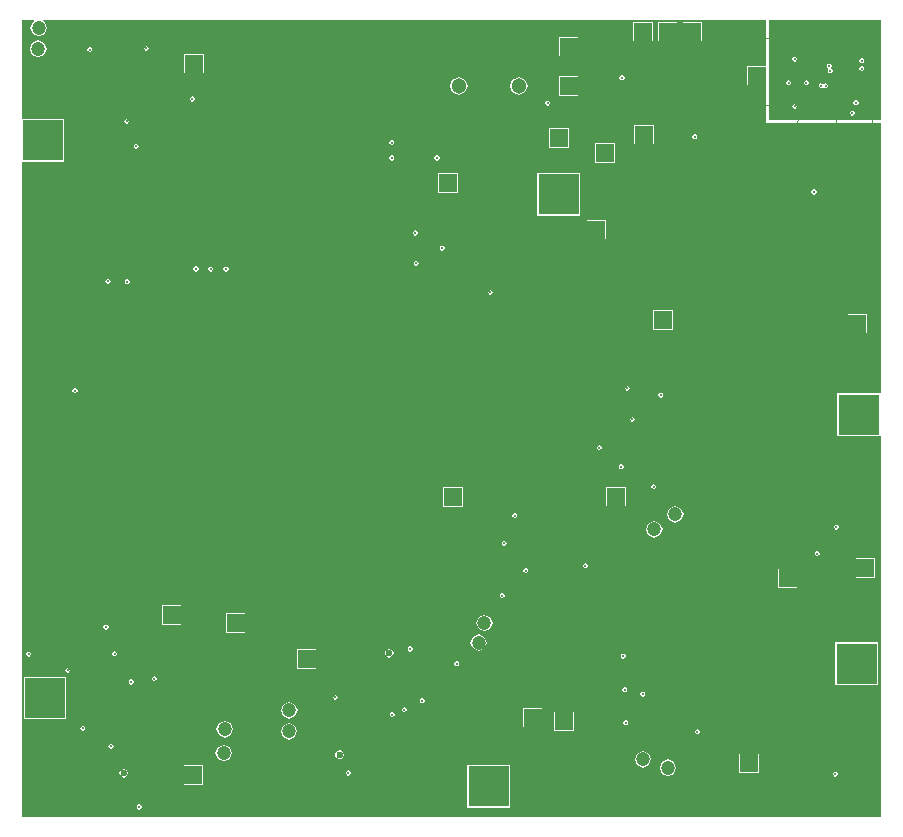
<source format=gbr>
%TF.GenerationSoftware,Altium Limited,Altium Designer,19.1.7 (138)*%
G04 Layer_Physical_Order=3*
G04 Layer_Color=36540*
%FSLAX45Y45*%
%MOMM*%
%TF.FileFunction,Copper,L3,Inr,Signal*%
%TF.Part,Single*%
G01*
G75*
%TA.AperFunction,ComponentPad*%
%ADD78C,1.20000*%
%ADD79R,1.55000X1.55000*%
%ADD80R,1.55000X1.55000*%
%ADD81R,3.50000X3.50000*%
%ADD82C,3.50000*%
%ADD83C,1.30300*%
%ADD84R,3.50000X3.50000*%
%TA.AperFunction,ViaPad*%
%ADD85C,0.30000*%
%ADD86C,0.60000*%
%ADD87C,0.26000*%
%ADD88C,0.50000*%
%TA.AperFunction,Conductor*%
%ADD89C,0.10000*%
G36*
X6300000Y8610000D02*
X6142500D01*
Y8445000D01*
X6300000D01*
Y8125000D01*
X7280000D01*
Y5837983D01*
X7267500Y5837500D01*
X7267300Y5837500D01*
X6907500D01*
Y5477500D01*
X7267300D01*
X7267500Y5477500D01*
X7280000Y5477017D01*
Y2250000D01*
X0D01*
Y7800000D01*
X360000D01*
Y8160000D01*
X0D01*
Y9000000D01*
X105557D01*
X108034Y8987544D01*
X95251Y8982249D01*
X74645Y8932500D01*
X95251Y8882751D01*
X145000Y8862145D01*
X194749Y8882751D01*
X215355Y8932500D01*
X194749Y8982249D01*
X181966Y8987544D01*
X184443Y9000000D01*
X6300000D01*
Y8610000D01*
D02*
G37*
G36*
X7280000Y8150000D02*
X6325000D01*
Y9000000D01*
X7280000D01*
Y8150000D01*
D02*
G37*
%LPC*%
G36*
X5762500Y8982500D02*
X5597500D01*
Y8817500D01*
X5762500D01*
Y8982500D01*
D02*
G37*
G36*
X5552500D02*
X5387500D01*
Y8817500D01*
X5552500D01*
Y8982500D01*
D02*
G37*
G36*
X5342500D02*
X5177500D01*
Y8817500D01*
X5342500D01*
Y8982500D01*
D02*
G37*
G36*
X1057500Y8779148D02*
X1042193Y8772807D01*
X1035852Y8757500D01*
X1042193Y8742193D01*
X1057500Y8735852D01*
X1072807Y8742193D01*
X1079148Y8757500D01*
X1072807Y8772807D01*
X1057500Y8779148D01*
D02*
G37*
G36*
X577500Y8769148D02*
X562193Y8762807D01*
X555852Y8747500D01*
X562193Y8732193D01*
X577500Y8725852D01*
X592807Y8732193D01*
X599148Y8747500D01*
X592807Y8762807D01*
X577500Y8769148D01*
D02*
G37*
G36*
X4714010Y8855000D02*
X4549010D01*
Y8690000D01*
X4714010D01*
Y8855000D01*
D02*
G37*
G36*
X142500Y8825355D02*
X92751Y8804749D01*
X72145Y8755000D01*
X92751Y8705251D01*
X142500Y8684645D01*
X192249Y8705251D01*
X212856Y8755000D01*
X192249Y8804749D01*
X142500Y8825355D01*
D02*
G37*
G36*
X1542500Y8712500D02*
X1377500D01*
Y8547500D01*
X1542500D01*
Y8712500D01*
D02*
G37*
G36*
X5083834Y8529852D02*
X5068527Y8523512D01*
X5062186Y8508204D01*
X5068527Y8492897D01*
X5083834Y8486556D01*
X5099141Y8492897D01*
X5105482Y8508204D01*
X5099141Y8523512D01*
X5083834Y8529852D01*
D02*
G37*
G36*
X4210425Y8515930D02*
X4156735Y8493690D01*
X4134495Y8440000D01*
X4156735Y8386309D01*
X4210425Y8364070D01*
X4264116Y8386309D01*
X4286355Y8440000D01*
X4264116Y8493690D01*
X4210425Y8515930D01*
D02*
G37*
G36*
X3702425D02*
X3648735Y8493690D01*
X3626495Y8440000D01*
X3648735Y8386309D01*
X3702425Y8364070D01*
X3756116Y8386309D01*
X3778355Y8440000D01*
X3756116Y8493690D01*
X3702425Y8515930D01*
D02*
G37*
G36*
X4714010Y8522500D02*
X4549010D01*
Y8357500D01*
X4714010D01*
Y8522500D01*
D02*
G37*
G36*
X1446563Y8351648D02*
X1431256Y8345307D01*
X1424915Y8330000D01*
X1431256Y8314693D01*
X1446563Y8308352D01*
X1461870Y8314693D01*
X1468211Y8330000D01*
X1461870Y8345307D01*
X1446563Y8351648D01*
D02*
G37*
G36*
X4455000Y8315860D02*
X4439692Y8309520D01*
X4433352Y8294213D01*
X4439692Y8278905D01*
X4455000Y8272565D01*
X4470307Y8278905D01*
X4476648Y8294213D01*
X4470307Y8309520D01*
X4455000Y8315860D01*
D02*
G37*
G36*
X890001Y8161648D02*
X874693Y8155307D01*
X868353Y8140000D01*
X874693Y8124693D01*
X890001Y8118352D01*
X905308Y8124693D01*
X911648Y8140000D01*
X905308Y8155307D01*
X890001Y8161648D01*
D02*
G37*
G36*
X5700000Y8031648D02*
X5684693Y8025307D01*
X5678352Y8010000D01*
X5684693Y7994693D01*
X5700000Y7988352D01*
X5715307Y7994693D01*
X5721648Y8010000D01*
X5715307Y8025307D01*
X5700000Y8031648D01*
D02*
G37*
G36*
X5355000Y8110000D02*
X5190000D01*
Y7945000D01*
X5355000D01*
Y8110000D01*
D02*
G37*
G36*
X3135000Y7981648D02*
X3119693Y7975307D01*
X3113352Y7960000D01*
X3119693Y7944693D01*
X3135000Y7938352D01*
X3150307Y7944693D01*
X3156648Y7960000D01*
X3150307Y7975307D01*
X3135000Y7981648D01*
D02*
G37*
G36*
X4635000Y8082500D02*
X4470000D01*
Y7917500D01*
X4635000D01*
Y8082500D01*
D02*
G37*
G36*
X970000Y7949148D02*
X954693Y7942807D01*
X948352Y7927500D01*
X954693Y7912193D01*
X970000Y7905852D01*
X985307Y7912193D01*
X991648Y7927500D01*
X985307Y7942807D01*
X970000Y7949148D01*
D02*
G37*
G36*
X3517500Y7851648D02*
X3502193Y7845307D01*
X3495852Y7830000D01*
X3502193Y7814693D01*
X3517500Y7808352D01*
X3532807Y7814693D01*
X3539148Y7830000D01*
X3532807Y7845307D01*
X3517500Y7851648D01*
D02*
G37*
G36*
X3135000D02*
X3119693Y7845307D01*
X3113352Y7830000D01*
X3119693Y7814693D01*
X3135000Y7808352D01*
X3150307Y7814693D01*
X3156648Y7830000D01*
X3150307Y7845307D01*
X3135000Y7851648D01*
D02*
G37*
G36*
X5022500Y7955000D02*
X4857500D01*
Y7790000D01*
X5022500D01*
Y7955000D01*
D02*
G37*
G36*
X3692500Y7702500D02*
X3527500D01*
Y7537500D01*
X3692500D01*
Y7702500D01*
D02*
G37*
G36*
X6710000Y7564148D02*
X6694693Y7557807D01*
X6688352Y7542500D01*
X6694693Y7527193D01*
X6710000Y7520852D01*
X6725307Y7527193D01*
X6731648Y7542500D01*
X6725307Y7557807D01*
X6710000Y7564148D01*
D02*
G37*
G36*
X4727500Y7702500D02*
X4367500D01*
Y7342500D01*
X4727500D01*
Y7702500D01*
D02*
G37*
G36*
X3335000Y7216648D02*
X3319693Y7210307D01*
X3313352Y7195000D01*
X3319693Y7179693D01*
X3335000Y7173352D01*
X3350307Y7179693D01*
X3356648Y7195000D01*
X3350307Y7210307D01*
X3335000Y7216648D01*
D02*
G37*
G36*
X4950000Y7306755D02*
X4785000D01*
Y7141755D01*
X4950000D01*
Y7306755D01*
D02*
G37*
G36*
X3562500Y7089148D02*
X3547193Y7082807D01*
X3540852Y7067500D01*
X3547193Y7052193D01*
X3562500Y7045852D01*
X3577807Y7052193D01*
X3584148Y7067500D01*
X3577807Y7082807D01*
X3562500Y7089148D01*
D02*
G37*
G36*
X3342500Y6959148D02*
X3327193Y6952807D01*
X3320852Y6937500D01*
X3327193Y6922193D01*
X3342500Y6915852D01*
X3357807Y6922193D01*
X3364148Y6937500D01*
X3357807Y6952807D01*
X3342500Y6959148D01*
D02*
G37*
G36*
X1477000Y6912147D02*
X1461693Y6905807D01*
X1455352Y6890500D01*
X1461693Y6875192D01*
X1477000Y6868852D01*
X1492308Y6875192D01*
X1498648Y6890500D01*
X1492308Y6905807D01*
X1477000Y6912147D01*
D02*
G37*
G36*
X1731000Y6910648D02*
X1715693Y6904307D01*
X1709352Y6889000D01*
X1715693Y6873692D01*
X1731000Y6867352D01*
X1746308Y6873692D01*
X1752648Y6889000D01*
X1746308Y6904307D01*
X1731000Y6910648D01*
D02*
G37*
G36*
X1601112Y6910536D02*
X1585804Y6904196D01*
X1579464Y6888888D01*
X1585804Y6873581D01*
X1601112Y6867241D01*
X1616419Y6873581D01*
X1622760Y6888888D01*
X1616419Y6904196D01*
X1601112Y6910536D01*
D02*
G37*
G36*
X732500Y6806648D02*
X717193Y6800307D01*
X710852Y6785000D01*
X717193Y6769693D01*
X732500Y6763352D01*
X747807Y6769693D01*
X754148Y6785000D01*
X747807Y6800307D01*
X732500Y6806648D01*
D02*
G37*
G36*
X895000Y6804148D02*
X879693Y6797807D01*
X873352Y6782500D01*
X879693Y6767193D01*
X895000Y6760852D01*
X910307Y6767193D01*
X916648Y6782500D01*
X910307Y6797807D01*
X895000Y6804148D01*
D02*
G37*
G36*
X3970000Y6714148D02*
X3954693Y6707807D01*
X3948352Y6692500D01*
X3954693Y6677193D01*
X3970000Y6670852D01*
X3985307Y6677193D01*
X3991648Y6692500D01*
X3985307Y6707807D01*
X3970000Y6714148D01*
D02*
G37*
G36*
X5515000Y6542500D02*
X5350000D01*
Y6377500D01*
X5515000D01*
Y6542500D01*
D02*
G37*
G36*
X7160000Y6510000D02*
X6995000D01*
Y6345000D01*
X7160000D01*
Y6510000D01*
D02*
G37*
G36*
X5130000Y5901648D02*
X5114693Y5895307D01*
X5108352Y5880000D01*
X5114693Y5864693D01*
X5130000Y5858352D01*
X5145307Y5864693D01*
X5151648Y5880000D01*
X5145307Y5895307D01*
X5130000Y5901648D01*
D02*
G37*
G36*
X452500Y5881648D02*
X437193Y5875307D01*
X430852Y5860000D01*
X437193Y5844693D01*
X452500Y5838352D01*
X467807Y5844693D01*
X474148Y5860000D01*
X467807Y5875307D01*
X452500Y5881648D01*
D02*
G37*
G36*
X5412500Y5844148D02*
X5397193Y5837807D01*
X5390852Y5822500D01*
X5397193Y5807193D01*
X5412500Y5800852D01*
X5427807Y5807193D01*
X5434148Y5822500D01*
X5427807Y5837807D01*
X5412500Y5844148D01*
D02*
G37*
G36*
X5172500Y5639148D02*
X5157193Y5632807D01*
X5150852Y5617500D01*
X5157193Y5602193D01*
X5172500Y5595852D01*
X5187807Y5602193D01*
X5194148Y5617500D01*
X5187807Y5632807D01*
X5172500Y5639148D01*
D02*
G37*
G36*
X4892500Y5399148D02*
X4877193Y5392807D01*
X4870852Y5377500D01*
X4877193Y5362193D01*
X4892500Y5355852D01*
X4907807Y5362193D01*
X4914148Y5377500D01*
X4907807Y5392807D01*
X4892500Y5399148D01*
D02*
G37*
G36*
X5077500Y5236648D02*
X5062193Y5230307D01*
X5055852Y5215000D01*
X5062193Y5199693D01*
X5077500Y5193352D01*
X5092807Y5199693D01*
X5099148Y5215000D01*
X5092807Y5230307D01*
X5077500Y5236648D01*
D02*
G37*
G36*
X5352500Y5069148D02*
X5337193Y5062807D01*
X5330852Y5047500D01*
X5337193Y5032193D01*
X5352500Y5025852D01*
X5367807Y5032193D01*
X5374148Y5047500D01*
X5367807Y5062807D01*
X5352500Y5069148D01*
D02*
G37*
G36*
X5115000Y5045000D02*
X4950000D01*
Y4880000D01*
X5115000D01*
Y5045000D01*
D02*
G37*
G36*
X3736915Y5043085D02*
X3571915D01*
Y4878085D01*
X3736915D01*
Y5043085D01*
D02*
G37*
G36*
X4177500Y4824148D02*
X4162193Y4817807D01*
X4155852Y4802500D01*
X4162193Y4787193D01*
X4177500Y4780852D01*
X4192807Y4787193D01*
X4199148Y4802500D01*
X4192807Y4817807D01*
X4177500Y4824148D01*
D02*
G37*
G36*
X5535000Y4882855D02*
X5485251Y4862249D01*
X5464645Y4812500D01*
X5485251Y4762751D01*
X5535000Y4742144D01*
X5584749Y4762751D01*
X5605356Y4812500D01*
X5584749Y4862249D01*
X5535000Y4882855D01*
D02*
G37*
G36*
X6900000Y4726648D02*
X6884693Y4720307D01*
X6878352Y4705000D01*
X6884693Y4689693D01*
X6900000Y4683352D01*
X6915307Y4689693D01*
X6921648Y4705000D01*
X6915307Y4720307D01*
X6900000Y4726648D01*
D02*
G37*
G36*
X5357500Y4755355D02*
X5307751Y4734749D01*
X5287145Y4685000D01*
X5307751Y4635251D01*
X5357500Y4614645D01*
X5407249Y4635251D01*
X5427856Y4685000D01*
X5407249Y4734749D01*
X5357500Y4755355D01*
D02*
G37*
G36*
X4087500Y4589148D02*
X4072193Y4582807D01*
X4065852Y4567500D01*
X4072193Y4552193D01*
X4087500Y4545852D01*
X4102807Y4552193D01*
X4109148Y4567500D01*
X4102807Y4582807D01*
X4087500Y4589148D01*
D02*
G37*
G36*
X6737500Y4501648D02*
X6722193Y4495307D01*
X6715852Y4480000D01*
X6722193Y4464693D01*
X6737500Y4458352D01*
X6752807Y4464693D01*
X6759148Y4480000D01*
X6752807Y4495307D01*
X6737500Y4501648D01*
D02*
G37*
G36*
X4775000Y4399148D02*
X4759693Y4392807D01*
X4753352Y4377500D01*
X4759693Y4362193D01*
X4775000Y4355852D01*
X4790307Y4362193D01*
X4796648Y4377500D01*
X4790307Y4392807D01*
X4775000Y4399148D01*
D02*
G37*
G36*
X4270000Y4359148D02*
X4254693Y4352807D01*
X4248352Y4337500D01*
X4254693Y4322193D01*
X4270000Y4315852D01*
X4285307Y4322193D01*
X4291648Y4337500D01*
X4285307Y4352807D01*
X4270000Y4359148D01*
D02*
G37*
G36*
X7227500Y4442500D02*
X7062500D01*
Y4277500D01*
X7227500D01*
Y4442500D01*
D02*
G37*
G36*
X6570000Y4352500D02*
X6405000D01*
Y4187500D01*
X6570000D01*
Y4352500D01*
D02*
G37*
G36*
X4070000Y4146648D02*
X4054693Y4140307D01*
X4048352Y4125000D01*
X4054693Y4109693D01*
X4070000Y4103352D01*
X4085307Y4109693D01*
X4091648Y4125000D01*
X4085307Y4140307D01*
X4070000Y4146648D01*
D02*
G37*
G36*
X1352500Y4042500D02*
X1187500D01*
Y3877500D01*
X1352500D01*
Y4042500D01*
D02*
G37*
G36*
X715000Y3879148D02*
X699693Y3872807D01*
X693352Y3857500D01*
X699693Y3842192D01*
X715000Y3835852D01*
X730307Y3842192D01*
X736648Y3857500D01*
X730307Y3872807D01*
X715000Y3879148D01*
D02*
G37*
G36*
X3920000Y3963601D02*
X3870251Y3942994D01*
X3849645Y3893245D01*
X3870251Y3843496D01*
X3920000Y3822890D01*
X3969749Y3843496D01*
X3990355Y3893245D01*
X3969749Y3942994D01*
X3920000Y3963601D01*
D02*
G37*
G36*
X1895000Y3975000D02*
X1730000D01*
Y3810000D01*
X1895000D01*
Y3975000D01*
D02*
G37*
G36*
X3870000Y3797855D02*
X3820251Y3777249D01*
X3799644Y3727500D01*
X3820251Y3677751D01*
X3870000Y3657145D01*
X3919749Y3677751D01*
X3940355Y3727500D01*
X3919749Y3777249D01*
X3870000Y3797855D01*
D02*
G37*
G36*
X3290000Y3694148D02*
X3274693Y3687807D01*
X3268352Y3672500D01*
X3274693Y3657193D01*
X3290000Y3650852D01*
X3305307Y3657193D01*
X3311648Y3672500D01*
X3305307Y3687807D01*
X3290000Y3694148D01*
D02*
G37*
G36*
X787500Y3654148D02*
X772193Y3647807D01*
X765852Y3632500D01*
X772193Y3617193D01*
X787500Y3610852D01*
X802807Y3617193D01*
X809148Y3632500D01*
X802807Y3647807D01*
X787500Y3654148D01*
D02*
G37*
G36*
X60000Y3651648D02*
X44693Y3645307D01*
X38352Y3630000D01*
X44693Y3614693D01*
X60000Y3608352D01*
X75307Y3614693D01*
X81648Y3630000D01*
X75307Y3645307D01*
X60000Y3651648D01*
D02*
G37*
G36*
X3112500Y3675384D02*
X3085712Y3664288D01*
X3074616Y3637500D01*
X3085712Y3610712D01*
X3112500Y3599616D01*
X3139288Y3610712D01*
X3150384Y3637500D01*
X3139288Y3664288D01*
X3112500Y3675384D01*
D02*
G37*
G36*
X5095000Y3634148D02*
X5079693Y3627807D01*
X5073352Y3612500D01*
X5079693Y3597193D01*
X5095000Y3590852D01*
X5110308Y3597193D01*
X5116648Y3612500D01*
X5110308Y3627807D01*
X5095000Y3634148D01*
D02*
G37*
G36*
X3685000Y3569148D02*
X3669693Y3562807D01*
X3663352Y3547500D01*
X3669693Y3532193D01*
X3685000Y3525852D01*
X3700307Y3532193D01*
X3706648Y3547500D01*
X3700307Y3562807D01*
X3685000Y3569148D01*
D02*
G37*
G36*
X2496915Y3672500D02*
X2331915D01*
Y3507500D01*
X2496915D01*
Y3672500D01*
D02*
G37*
G36*
X390925Y3512573D02*
X375618Y3506233D01*
X369277Y3490925D01*
X375618Y3475618D01*
X390925Y3469277D01*
X406233Y3475618D01*
X412573Y3490925D01*
X406233Y3506233D01*
X390925Y3512573D01*
D02*
G37*
G36*
X1125500Y3444648D02*
X1110193Y3438307D01*
X1103852Y3423000D01*
X1110193Y3407693D01*
X1125500Y3401352D01*
X1140807Y3407693D01*
X1147148Y3423000D01*
X1140807Y3438307D01*
X1125500Y3444648D01*
D02*
G37*
G36*
X928750Y3415398D02*
X913443Y3409057D01*
X907102Y3393750D01*
X913443Y3378443D01*
X928750Y3372102D01*
X944057Y3378443D01*
X950398Y3393750D01*
X944057Y3409057D01*
X928750Y3415398D01*
D02*
G37*
G36*
X7250000Y3730000D02*
X6890000D01*
Y3370000D01*
X7250000D01*
Y3730000D01*
D02*
G37*
G36*
X5107500Y3349148D02*
X5092193Y3342807D01*
X5085852Y3327500D01*
X5092193Y3312193D01*
X5107500Y3305852D01*
X5122807Y3312193D01*
X5129148Y3327500D01*
X5122807Y3342807D01*
X5107500Y3349148D01*
D02*
G37*
G36*
X5260000Y3311648D02*
X5244693Y3305307D01*
X5238352Y3290000D01*
X5244693Y3274693D01*
X5260000Y3268352D01*
X5275307Y3274693D01*
X5281648Y3290000D01*
X5275307Y3305307D01*
X5260000Y3311648D01*
D02*
G37*
G36*
X2657500Y3284148D02*
X2642193Y3277807D01*
X2635852Y3262500D01*
X2642193Y3247193D01*
X2657500Y3240852D01*
X2672807Y3247193D01*
X2679148Y3262500D01*
X2672807Y3277807D01*
X2657500Y3284148D01*
D02*
G37*
G36*
X3392500Y3256648D02*
X3377193Y3250307D01*
X3370852Y3235000D01*
X3377193Y3219693D01*
X3392500Y3213352D01*
X3407807Y3219693D01*
X3414148Y3235000D01*
X3407807Y3250307D01*
X3392500Y3256648D01*
D02*
G37*
G36*
X3242500Y3181648D02*
X3227193Y3175307D01*
X3220852Y3160000D01*
X3227193Y3144693D01*
X3242500Y3138352D01*
X3257807Y3144693D01*
X3264148Y3160000D01*
X3257807Y3175307D01*
X3242500Y3181648D01*
D02*
G37*
G36*
X3137500Y3139148D02*
X3122193Y3132807D01*
X3115852Y3117500D01*
X3122193Y3102193D01*
X3137500Y3095852D01*
X3152807Y3102193D01*
X3159148Y3117500D01*
X3152807Y3132807D01*
X3137500Y3139148D01*
D02*
G37*
G36*
X2267500Y3222855D02*
X2217751Y3202249D01*
X2197144Y3152500D01*
X2217751Y3102751D01*
X2267500Y3082144D01*
X2317249Y3102751D01*
X2337855Y3152500D01*
X2317249Y3202249D01*
X2267500Y3222855D01*
D02*
G37*
G36*
X380000Y3440000D02*
X20000D01*
Y3080000D01*
X380000D01*
Y3440000D01*
D02*
G37*
G36*
X5117075Y3068723D02*
X5101767Y3062382D01*
X5095427Y3047075D01*
X5101767Y3031767D01*
X5117075Y3025427D01*
X5132382Y3031767D01*
X5138723Y3047075D01*
X5132382Y3062382D01*
X5117075Y3068723D01*
D02*
G37*
G36*
X4411010Y3175000D02*
X4246011D01*
Y3010000D01*
X4411010D01*
Y3175000D01*
D02*
G37*
G36*
X520025Y3021794D02*
X504718Y3015454D01*
X498377Y3000146D01*
X504718Y2984839D01*
X520025Y2978498D01*
X535333Y2984839D01*
X541673Y3000146D01*
X535333Y3015454D01*
X520025Y3021794D01*
D02*
G37*
G36*
X4674415Y3142500D02*
X4509415D01*
Y2977500D01*
X4674415D01*
Y3142500D01*
D02*
G37*
G36*
X5722500Y2994148D02*
X5707193Y2987807D01*
X5700852Y2972500D01*
X5707193Y2957193D01*
X5722500Y2950852D01*
X5737807Y2957193D01*
X5744148Y2972500D01*
X5737807Y2987807D01*
X5722500Y2994148D01*
D02*
G37*
G36*
X1720000Y3062855D02*
X1670251Y3042249D01*
X1649645Y2992500D01*
X1670251Y2942751D01*
X1720000Y2922145D01*
X1769749Y2942751D01*
X1790356Y2992500D01*
X1769749Y3042249D01*
X1720000Y3062855D01*
D02*
G37*
G36*
X2265000Y3045355D02*
X2215251Y3024749D01*
X2194645Y2975000D01*
X2215251Y2925251D01*
X2265000Y2904644D01*
X2314749Y2925251D01*
X2335356Y2975000D01*
X2314749Y3024749D01*
X2265000Y3045355D01*
D02*
G37*
G36*
X757500Y2869148D02*
X742193Y2862807D01*
X735852Y2847500D01*
X742193Y2832193D01*
X757500Y2825852D01*
X772807Y2832193D01*
X779148Y2847500D01*
X772807Y2862807D01*
X757500Y2869148D01*
D02*
G37*
G36*
X2692930Y2815384D02*
X2666142Y2804288D01*
X2655047Y2777500D01*
X2666142Y2750712D01*
X2692930Y2739617D01*
X2719718Y2750712D01*
X2730814Y2777500D01*
X2719718Y2804288D01*
X2692930Y2815384D01*
D02*
G37*
G36*
X1712500Y2862855D02*
X1662751Y2842249D01*
X1642145Y2792500D01*
X1662751Y2742751D01*
X1712500Y2722144D01*
X1762249Y2742751D01*
X1782855Y2792500D01*
X1762249Y2842249D01*
X1712500Y2862855D01*
D02*
G37*
G36*
X5262500Y2807855D02*
X5212751Y2787249D01*
X5192145Y2737500D01*
X5212751Y2687751D01*
X5262500Y2667145D01*
X5312249Y2687751D01*
X5332855Y2737500D01*
X5312249Y2787249D01*
X5262500Y2807855D01*
D02*
G37*
G36*
X6240000Y2787500D02*
X6075000D01*
Y2622500D01*
X6240000D01*
Y2787500D01*
D02*
G37*
G36*
X2767500Y2644432D02*
X2752193Y2638091D01*
X2745852Y2622784D01*
X2752193Y2607477D01*
X2767500Y2601136D01*
X2782807Y2607477D01*
X2789148Y2622784D01*
X2782807Y2638091D01*
X2767500Y2644432D01*
D02*
G37*
G36*
X5473245Y2737856D02*
X5423496Y2717249D01*
X5402890Y2667500D01*
X5423496Y2617751D01*
X5473245Y2597145D01*
X5522994Y2617751D01*
X5543601Y2667500D01*
X5522994Y2717249D01*
X5473245Y2737856D01*
D02*
G37*
G36*
X6890738Y2634461D02*
X6875430Y2628120D01*
X6869090Y2612813D01*
X6875430Y2597505D01*
X6890738Y2591165D01*
X6906045Y2597505D01*
X6912386Y2612813D01*
X6906045Y2628120D01*
X6890738Y2634461D01*
D02*
G37*
G36*
X865000Y2660384D02*
X838212Y2649288D01*
X827116Y2622500D01*
X838212Y2595712D01*
X865000Y2584616D01*
X891788Y2595712D01*
X902884Y2622500D01*
X891788Y2649288D01*
X865000Y2660384D01*
D02*
G37*
G36*
X1537500Y2690000D02*
X1372500D01*
Y2525000D01*
X1537500D01*
Y2690000D01*
D02*
G37*
G36*
X4135000D02*
X3775000D01*
Y2330000D01*
X4135000D01*
Y2690000D01*
D02*
G37*
G36*
X995580Y2357228D02*
X980273Y2350887D01*
X973932Y2335580D01*
X980273Y2320273D01*
X995580Y2313932D01*
X1010887Y2320273D01*
X1017228Y2335580D01*
X1010887Y2350887D01*
X995580Y2357228D01*
D02*
G37*
G36*
X6545000Y8689148D02*
X6529693Y8682807D01*
X6523352Y8667500D01*
X6529693Y8652193D01*
X6545000Y8645852D01*
X6560307Y8652193D01*
X6566648Y8667500D01*
X6560307Y8682807D01*
X6545000Y8689148D01*
D02*
G37*
G36*
X7115000Y8674148D02*
X7099693Y8667807D01*
X7093352Y8652500D01*
X7099693Y8637193D01*
X7115000Y8630852D01*
X7130307Y8637193D01*
X7136648Y8652500D01*
X7130307Y8667807D01*
X7115000Y8674148D01*
D02*
G37*
G36*
Y8609148D02*
X7099693Y8602807D01*
X7093352Y8587500D01*
X7099693Y8572193D01*
X7115000Y8565852D01*
X7130307Y8572193D01*
X7136648Y8587500D01*
X7130307Y8602807D01*
X7115000Y8609148D01*
D02*
G37*
G36*
X6837500Y8629148D02*
X6822193Y8622807D01*
X6815852Y8607500D01*
X6822193Y8592193D01*
X6824108Y8591399D01*
X6832527Y8583225D01*
X6826186Y8567918D01*
X6832527Y8552611D01*
X6847834Y8546270D01*
X6863141Y8552611D01*
X6869482Y8567918D01*
X6863141Y8583225D01*
X6861227Y8584019D01*
X6852807Y8592193D01*
X6859148Y8607500D01*
X6852807Y8622807D01*
X6837500Y8629148D01*
D02*
G37*
G36*
X6807500Y8464148D02*
X6798049Y8460233D01*
X6788750Y8458463D01*
X6779451Y8460233D01*
X6770000Y8464148D01*
X6754693Y8457807D01*
X6748352Y8442500D01*
X6754693Y8427193D01*
X6770000Y8420852D01*
X6779451Y8424767D01*
X6788750Y8426537D01*
X6798049Y8424767D01*
X6807500Y8420852D01*
X6822807Y8427193D01*
X6829148Y8442500D01*
X6822807Y8457807D01*
X6807500Y8464148D01*
D02*
G37*
G36*
X6645000Y8489148D02*
X6629693Y8482807D01*
X6623352Y8467500D01*
X6629693Y8452193D01*
X6645000Y8445852D01*
X6660307Y8452193D01*
X6666648Y8467500D01*
X6660307Y8482807D01*
X6645000Y8489148D01*
D02*
G37*
G36*
X6495000D02*
X6479693Y8482807D01*
X6473352Y8467500D01*
X6479693Y8452193D01*
X6495000Y8445852D01*
X6510307Y8452193D01*
X6516648Y8467500D01*
X6510307Y8482807D01*
X6495000Y8489148D01*
D02*
G37*
G36*
X7065000Y8319148D02*
X7049693Y8312807D01*
X7043352Y8297500D01*
X7049693Y8282193D01*
X7065000Y8275852D01*
X7080307Y8282193D01*
X7086648Y8297500D01*
X7080307Y8312807D01*
X7065000Y8319148D01*
D02*
G37*
G36*
X6545000Y8289148D02*
X6529693Y8282807D01*
X6523352Y8267500D01*
X6529693Y8252193D01*
X6545000Y8245852D01*
X6560307Y8252193D01*
X6566648Y8267500D01*
X6560307Y8282807D01*
X6545000Y8289148D01*
D02*
G37*
G36*
X7035000Y8231648D02*
X7019693Y8225307D01*
X7013352Y8210000D01*
X7019693Y8194693D01*
X7035000Y8188352D01*
X7050307Y8194693D01*
X7056648Y8210000D01*
X7050307Y8225307D01*
X7035000Y8231648D01*
D02*
G37*
%LPD*%
D78*
X5535000Y4812500D02*
D03*
X145000Y8932500D02*
D03*
X142500Y8755000D02*
D03*
X5357500Y4685000D02*
D03*
X5262500Y2737500D02*
D03*
X5473245Y2667500D02*
D03*
X3870000Y3727500D02*
D03*
X3920000Y3893245D02*
D03*
X1720000Y2992500D02*
D03*
X2267500Y3152500D02*
D03*
X2265000Y2975000D02*
D03*
X1712500Y2792500D02*
D03*
D79*
X6020000Y8525000D02*
D03*
X2414415Y3590000D02*
D03*
X6157500Y2705000D02*
D03*
X4867500Y7224255D02*
D03*
X7145000Y4360000D02*
D03*
X7077500Y6427500D02*
D03*
X1460000Y8630000D02*
D03*
X1597500Y5325000D02*
D03*
X1270000Y3960000D02*
D03*
X1812500Y3892500D02*
D03*
X4328511Y3092500D02*
D03*
X3654415Y4960585D02*
D03*
X4940000Y7872500D02*
D03*
X5032500Y4962500D02*
D03*
X6487500Y4270000D02*
D03*
D80*
X4631510Y8440000D02*
D03*
Y8772500D02*
D03*
X3610000Y7620000D02*
D03*
X4591915Y3060000D02*
D03*
X5432500Y6460000D02*
D03*
X4552500Y8000000D02*
D03*
X5272500Y8027500D02*
D03*
X5260000Y8900000D02*
D03*
X5470000D02*
D03*
X5680000D02*
D03*
X6225000Y8527500D02*
D03*
X1455000Y2607500D02*
D03*
D81*
X200000Y3260000D02*
D03*
X180000Y7980000D02*
D03*
X7070000Y3550000D02*
D03*
X7087500Y5657500D02*
D03*
D82*
X200000Y2850000D02*
D03*
X180000Y8390000D02*
D03*
X4957500Y7522500D02*
D03*
X4365000Y2510000D02*
D03*
X7070000Y3960000D02*
D03*
X7087500Y6067500D02*
D03*
D83*
X3448425Y8440000D02*
D03*
X3702425D02*
D03*
X3956425D02*
D03*
X4210425D02*
D03*
D84*
X4547500Y7522500D02*
D03*
X3955000Y2510000D02*
D03*
D85*
X3517500Y7830000D02*
D03*
X520025Y3000146D02*
D03*
X452500Y5860000D02*
D03*
X307500Y3695000D02*
D03*
X390925Y3490925D02*
D03*
X6892925Y2312500D02*
D03*
X6537500Y2375000D02*
D03*
X2816731Y3002012D02*
D03*
X2921250Y3183750D02*
D03*
X2657500Y3262500D02*
D03*
X930000Y2317500D02*
D03*
X680000Y2607120D02*
D03*
X1120000Y2610000D02*
D03*
X2767500Y2622784D02*
D03*
X2637500Y2687500D02*
D03*
X6805000Y4415000D02*
D03*
X6030000Y8377500D02*
D03*
X6890738Y2612813D02*
D03*
X5650000Y7590000D02*
D03*
X986500Y2830000D02*
D03*
X3135000Y7960000D02*
D03*
X6770000Y8637500D02*
D03*
X3685000Y3547500D02*
D03*
X4412500Y4372500D02*
D03*
X1217500Y3080000D02*
D03*
X4951250Y5181250D02*
D03*
X7050000Y7250000D02*
D03*
X4634138Y5232175D02*
D03*
X6936639Y8050000D02*
D03*
X6527500Y8355000D02*
D03*
X7137500Y8010000D02*
D03*
X6687500Y8770000D02*
D03*
X6630788Y7876638D02*
D03*
X6335000Y8932500D02*
D03*
X6130436Y8277500D02*
D03*
X6127548Y8932500D02*
D03*
X6767500Y8819958D02*
D03*
X6683149Y8918277D02*
D03*
X6485000Y8932500D02*
D03*
X6137500Y8662500D02*
D03*
X3915000Y7842500D02*
D03*
X3615000Y7930000D02*
D03*
X3380000Y7365000D02*
D03*
X299075Y8759648D02*
D03*
X870500Y8747500D02*
D03*
X1860000Y6890000D02*
D03*
X1975000Y6957500D02*
D03*
X1153952Y6870000D02*
D03*
X3910000Y4137500D02*
D03*
X3890861Y4167937D02*
D03*
X5995500Y3330000D02*
D03*
X5979138Y3521638D02*
D03*
X4902075Y3143362D02*
D03*
X4847500Y2935000D02*
D03*
X2873362Y3857925D02*
D03*
X3682500Y3225000D02*
D03*
X3442500Y2980000D02*
D03*
X675000Y2285000D02*
D03*
X639575Y3024575D02*
D03*
X332500Y3762500D02*
D03*
X210000Y5860000D02*
D03*
X970000Y7927500D02*
D03*
X5550564Y7646936D02*
D03*
X5700000Y8010000D02*
D03*
X5083834Y8508204D02*
D03*
X4455000Y8294213D02*
D03*
X3392500Y3235000D02*
D03*
X3137500Y3117500D02*
D03*
X757500Y2847500D02*
D03*
X5680000Y5720000D02*
D03*
X5412500Y5822500D02*
D03*
X6764818Y7791415D02*
D03*
X6737500Y4480000D02*
D03*
X6900000Y4705000D02*
D03*
X5260000Y3290000D02*
D03*
X60000Y3630000D02*
D03*
X715000Y3857500D02*
D03*
X787500Y3632500D02*
D03*
X4270000Y4337500D02*
D03*
X4892500Y5377500D02*
D03*
X3332500Y7132500D02*
D03*
X3335000Y7195000D02*
D03*
X1477000Y6890500D02*
D03*
X2582500Y2742500D02*
D03*
X1446563Y8330000D02*
D03*
X6395000Y2677500D02*
D03*
X6667500Y7489088D02*
D03*
X6765000Y7437500D02*
D03*
X6710000Y7542500D02*
D03*
X5610000Y6660000D02*
D03*
X5475000Y7862500D02*
D03*
X6397075Y4772925D02*
D03*
X4565000Y2892500D02*
D03*
X5597500Y6972500D02*
D03*
X2925000Y2400000D02*
D03*
X3290000Y3672500D02*
D03*
X3242500Y3160000D02*
D03*
X2547500Y3500000D02*
D03*
X3137500Y2927500D02*
D03*
X5167500Y8422500D02*
D03*
X5647500Y8473204D02*
D03*
X4410000Y6820000D02*
D03*
X3970000Y6692500D02*
D03*
X4087500Y4567500D02*
D03*
X4902936Y4030000D02*
D03*
X4901287Y4720425D02*
D03*
X4177500Y4802500D02*
D03*
X4070000Y4125000D02*
D03*
X5605000Y5410000D02*
D03*
X5085000Y6560000D02*
D03*
X4965000Y4377500D02*
D03*
X4775000D02*
D03*
X5107500Y3327500D02*
D03*
X5117075Y3047075D02*
D03*
X5095000Y3612500D02*
D03*
X5755000Y3227500D02*
D03*
X6018925Y3012718D02*
D03*
X5722500Y2972500D02*
D03*
X5352500Y5047500D02*
D03*
X5632713Y5189788D02*
D03*
X5172500Y5617500D02*
D03*
X5587500Y5602500D02*
D03*
X5352500Y5315000D02*
D03*
X5130000Y5880000D02*
D03*
X5077500Y5215000D02*
D03*
X6700000Y6670000D02*
D03*
X6716250Y6962500D02*
D03*
X5072500Y4415000D02*
D03*
X1125500Y3423000D02*
D03*
X928750Y3393750D02*
D03*
X1442501Y6740000D02*
D03*
X1601112Y6888888D02*
D03*
X1731000Y6889000D02*
D03*
X4817270Y8402270D02*
D03*
X4827500Y8517500D02*
D03*
X4929296Y8463204D02*
D03*
X5164296Y8523204D02*
D03*
X3420000Y8000000D02*
D03*
X995580Y2335580D02*
D03*
X575000Y6787500D02*
D03*
X732500Y6785000D02*
D03*
X895000Y6782500D02*
D03*
X3135000Y7830000D02*
D03*
X3587500Y7192500D02*
D03*
X3562500Y7067500D02*
D03*
X3342500Y6937500D02*
D03*
X3362500Y6812500D02*
D03*
X733750Y6530000D02*
D03*
X1450000Y8512500D02*
D03*
X1057500Y8757500D02*
D03*
X577500Y8747500D02*
D03*
X890001Y8140000D02*
D03*
X742287Y8557075D02*
D03*
X737075Y8937925D02*
D03*
X190000Y7335000D02*
D03*
X1190000Y8775000D02*
D03*
D86*
X865000Y2622500D02*
D03*
X2692930Y2777500D02*
D03*
X3112500Y3637500D02*
D03*
D87*
X6837500Y8607500D02*
D03*
X6847834Y8567918D02*
D03*
X6770000Y8442500D02*
D03*
X6807500D02*
D03*
X6545000Y8267500D02*
D03*
Y8667500D02*
D03*
X7115000Y8652500D02*
D03*
X6895000Y8617500D02*
D03*
X7072500Y8372500D02*
D03*
X6495000Y8517500D02*
D03*
X6745000D02*
D03*
X7035000Y8210000D02*
D03*
X6645000Y8467500D02*
D03*
X7115000Y8587500D02*
D03*
X7065000Y8297500D02*
D03*
X6495000Y8467500D02*
D03*
D88*
X3165000Y5302500D02*
D03*
X2950000Y5312500D02*
D03*
X3485000Y5305000D02*
D03*
X2462500Y5312500D02*
D03*
X3060000D02*
D03*
X1977500Y5310000D02*
D03*
D89*
X6220000Y8845000D02*
X6370000D01*
X6262936Y8277500D02*
X6370000D01*
X6570000Y8090000D02*
X6570340Y8200000D01*
X6900000Y8100000D02*
Y8200000D01*
X7200000Y8100000D02*
Y8200000D01*
%TF.MD5,ccc194e62e955f42a6bb7f7b3b9dd205*%
M02*

</source>
